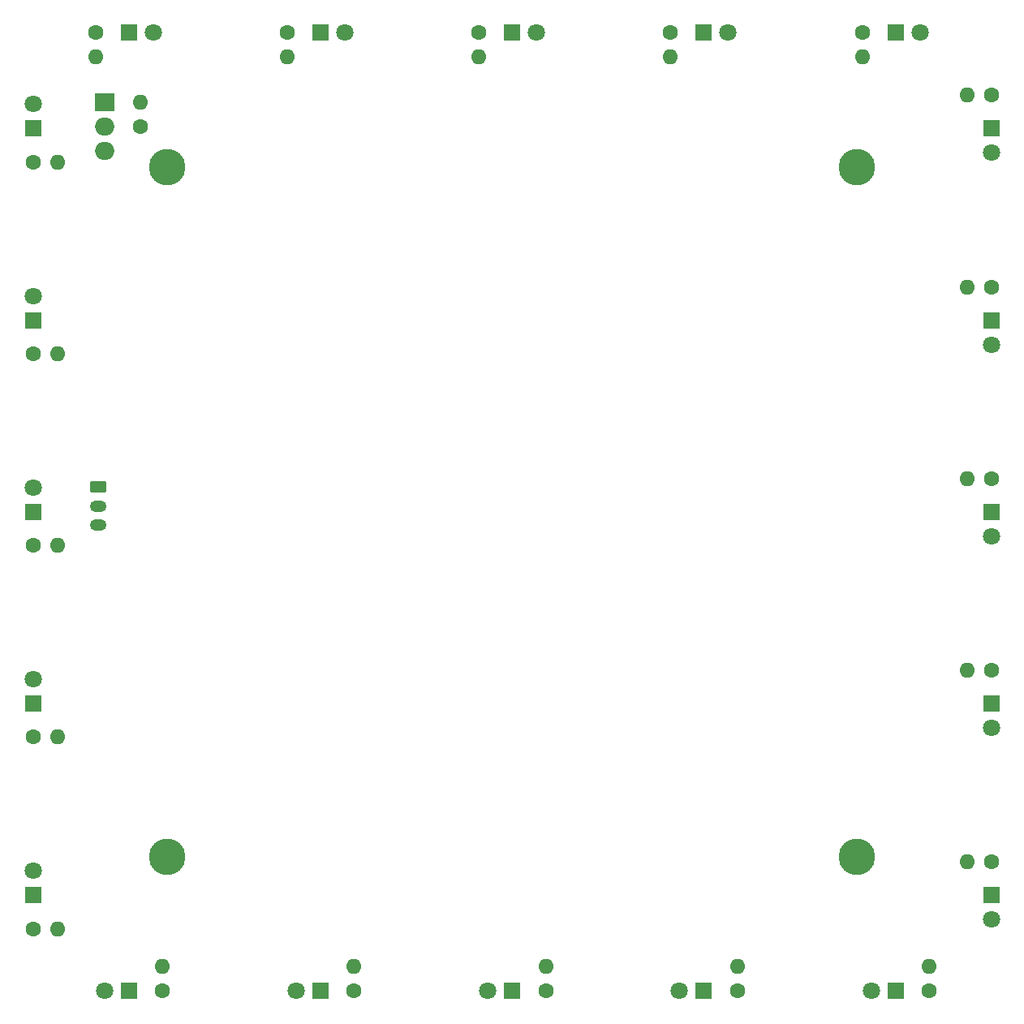
<source format=gbr>
%TF.GenerationSoftware,KiCad,Pcbnew,7.0.6*%
%TF.CreationDate,2024-08-08T10:20:05+01:00*%
%TF.ProjectId,DMI_LightBox,444d495f-4c69-4676-9874-426f782e6b69,rev?*%
%TF.SameCoordinates,Original*%
%TF.FileFunction,Soldermask,Bot*%
%TF.FilePolarity,Negative*%
%FSLAX46Y46*%
G04 Gerber Fmt 4.6, Leading zero omitted, Abs format (unit mm)*
G04 Created by KiCad (PCBNEW 7.0.6) date 2024-08-08 10:20:05*
%MOMM*%
%LPD*%
G01*
G04 APERTURE LIST*
G04 Aperture macros list*
%AMRoundRect*
0 Rectangle with rounded corners*
0 $1 Rounding radius*
0 $2 $3 $4 $5 $6 $7 $8 $9 X,Y pos of 4 corners*
0 Add a 4 corners polygon primitive as box body*
4,1,4,$2,$3,$4,$5,$6,$7,$8,$9,$2,$3,0*
0 Add four circle primitives for the rounded corners*
1,1,$1+$1,$2,$3*
1,1,$1+$1,$4,$5*
1,1,$1+$1,$6,$7*
1,1,$1+$1,$8,$9*
0 Add four rect primitives between the rounded corners*
20,1,$1+$1,$2,$3,$4,$5,0*
20,1,$1+$1,$4,$5,$6,$7,0*
20,1,$1+$1,$6,$7,$8,$9,0*
20,1,$1+$1,$8,$9,$2,$3,0*%
G04 Aperture macros list end*
%ADD10C,3.800000*%
%ADD11C,1.600000*%
%ADD12O,1.600000X1.600000*%
%ADD13R,1.800000X1.800000*%
%ADD14C,1.800000*%
%ADD15R,2.000000X1.905000*%
%ADD16O,2.000000X1.905000*%
%ADD17RoundRect,0.250000X-0.625000X0.350000X-0.625000X-0.350000X0.625000X-0.350000X0.625000X0.350000X0*%
%ADD18O,1.750000X1.200000*%
G04 APERTURE END LIST*
D10*
%TO.C,*%
X138305001Y-133319999D03*
%TD*%
D11*
%TO.C,R14*%
X157797500Y-147320000D03*
D12*
X157797500Y-144780000D03*
%TD*%
D13*
%TO.C,D18*%
X124305000Y-97319999D03*
D14*
X124305000Y-94779999D03*
%TD*%
D13*
%TO.C,D8*%
X224305002Y-97320000D03*
D14*
X224305002Y-99860000D03*
%TD*%
D13*
%TO.C,D2*%
X154305002Y-47319999D03*
D14*
X156845002Y-47319999D03*
%TD*%
D11*
%TO.C,R12*%
X197802500Y-147320000D03*
D12*
X197802500Y-144780000D03*
%TD*%
D13*
%TO.C,D13*%
X174305000Y-147320000D03*
D14*
X171765000Y-147320000D03*
%TD*%
D13*
%TO.C,D14*%
X154305000Y-147320000D03*
D14*
X151765000Y-147320000D03*
%TD*%
D13*
%TO.C,D17*%
X124305000Y-117319999D03*
D14*
X124305000Y-114779999D03*
%TD*%
D13*
%TO.C,D5*%
X214305002Y-47319999D03*
D14*
X216845002Y-47319999D03*
%TD*%
D11*
%TO.C,R9*%
X224282000Y-113855500D03*
D12*
X221742000Y-113855500D03*
%TD*%
D11*
%TO.C,R4*%
X190817500Y-47342000D03*
D12*
X190817500Y-49882000D03*
%TD*%
D10*
%TO.C,REF\u002A\u002A*%
X210305001Y-61319999D03*
%TD*%
D11*
%TO.C,R17*%
X124333000Y-120815100D03*
D12*
X126873000Y-120815100D03*
%TD*%
D13*
%TO.C,D1*%
X134305002Y-47319999D03*
D14*
X136845002Y-47319999D03*
%TD*%
D13*
%TO.C,D11*%
X214305000Y-147320000D03*
D14*
X211765000Y-147320000D03*
%TD*%
D11*
%TO.C,R5*%
X210820000Y-47342000D03*
D12*
X210820000Y-49882000D03*
%TD*%
D13*
%TO.C,D6*%
X224305002Y-57320000D03*
D14*
X224305002Y-59860000D03*
%TD*%
D11*
%TO.C,R3*%
X170815000Y-47342000D03*
D12*
X170815000Y-49882000D03*
%TD*%
D11*
%TO.C,R16*%
X124333000Y-140817600D03*
D12*
X126873000Y-140817600D03*
%TD*%
D13*
%TO.C,D3*%
X174305002Y-47319999D03*
D14*
X176845002Y-47319999D03*
%TD*%
D13*
%TO.C,D15*%
X134305000Y-147320000D03*
D14*
X131765000Y-147320000D03*
%TD*%
D11*
%TO.C,R1*%
X130810000Y-47342000D03*
D12*
X130810000Y-49882000D03*
%TD*%
D11*
%TO.C,R6*%
X224282000Y-53848000D03*
D12*
X221742000Y-53848000D03*
%TD*%
D11*
%TO.C,R11*%
X217805000Y-147320000D03*
D12*
X217805000Y-144780000D03*
%TD*%
D13*
%TO.C,D7*%
X224305002Y-77320000D03*
D14*
X224305002Y-79860000D03*
%TD*%
D13*
%TO.C,D4*%
X194305002Y-47319999D03*
D14*
X196845002Y-47319999D03*
%TD*%
D13*
%TO.C,D19*%
X124305000Y-77319999D03*
D14*
X124305000Y-74779999D03*
%TD*%
D11*
%TO.C,R15*%
X137795000Y-147320000D03*
D12*
X137795000Y-144780000D03*
%TD*%
D13*
%TO.C,D16*%
X124305000Y-137319999D03*
D14*
X124305000Y-134779999D03*
%TD*%
D11*
%TO.C,R19*%
X124333000Y-80810100D03*
D12*
X126873000Y-80810100D03*
%TD*%
D11*
%TO.C,R10*%
X224282000Y-133858000D03*
D12*
X221742000Y-133858000D03*
%TD*%
D13*
%TO.C,D10*%
X224305002Y-137320000D03*
D14*
X224305002Y-139860000D03*
%TD*%
D10*
%TO.C,*%
X138305001Y-61319999D03*
%TD*%
D11*
%TO.C,R2*%
X150812500Y-47342000D03*
D12*
X150812500Y-49882000D03*
%TD*%
D11*
%TO.C,R20*%
X124333000Y-60807600D03*
D12*
X126873000Y-60807600D03*
%TD*%
D10*
%TO.C,*%
X210305001Y-133319999D03*
%TD*%
D13*
%TO.C,D9*%
X224305002Y-117320000D03*
D14*
X224305002Y-119860000D03*
%TD*%
D11*
%TO.C,R8*%
X224282000Y-93853000D03*
D12*
X221742000Y-93853000D03*
%TD*%
D13*
%TO.C,D20*%
X124305000Y-57319999D03*
D14*
X124305000Y-54779999D03*
%TD*%
D11*
%TO.C,R18*%
X124333000Y-100812600D03*
D12*
X126873000Y-100812600D03*
%TD*%
D11*
%TO.C,R13*%
X177800000Y-147320000D03*
D12*
X177800000Y-144780000D03*
%TD*%
D11*
%TO.C,R7*%
X224282000Y-73850500D03*
D12*
X221742000Y-73850500D03*
%TD*%
D13*
%TO.C,D12*%
X194305000Y-147320000D03*
D14*
X191765000Y-147320000D03*
%TD*%
D15*
%TO.C,Q1*%
X131755000Y-54610000D03*
D16*
X131755000Y-57150000D03*
X131755000Y-59690000D03*
%TD*%
D17*
%TO.C,J1*%
X131092415Y-94716584D03*
D18*
X131092415Y-96716584D03*
X131092415Y-98716584D03*
%TD*%
D11*
%TO.C,R21*%
X135509000Y-57150000D03*
D12*
X135509000Y-54610000D03*
%TD*%
M02*

</source>
